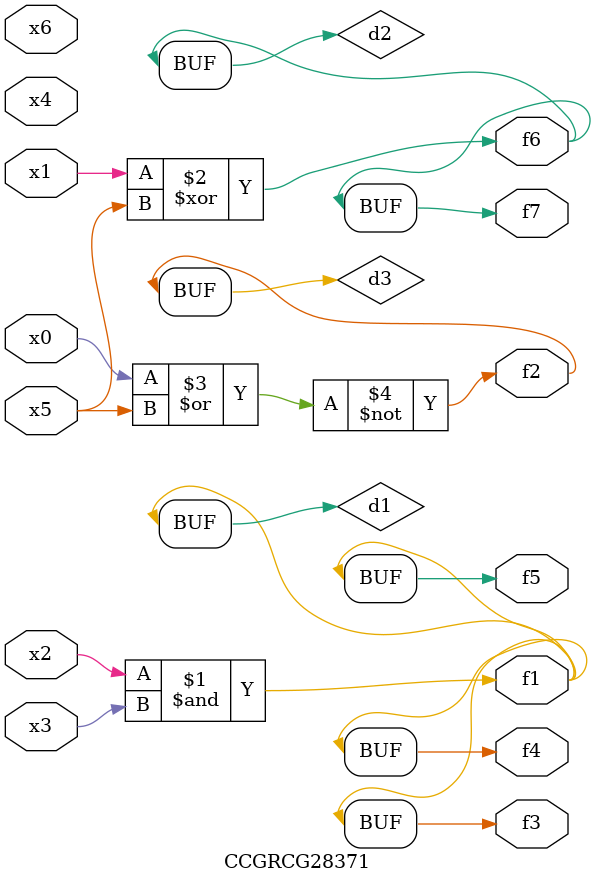
<source format=v>
module CCGRCG28371(
	input x0, x1, x2, x3, x4, x5, x6,
	output f1, f2, f3, f4, f5, f6, f7
);

	wire d1, d2, d3;

	and (d1, x2, x3);
	xor (d2, x1, x5);
	nor (d3, x0, x5);
	assign f1 = d1;
	assign f2 = d3;
	assign f3 = d1;
	assign f4 = d1;
	assign f5 = d1;
	assign f6 = d2;
	assign f7 = d2;
endmodule

</source>
